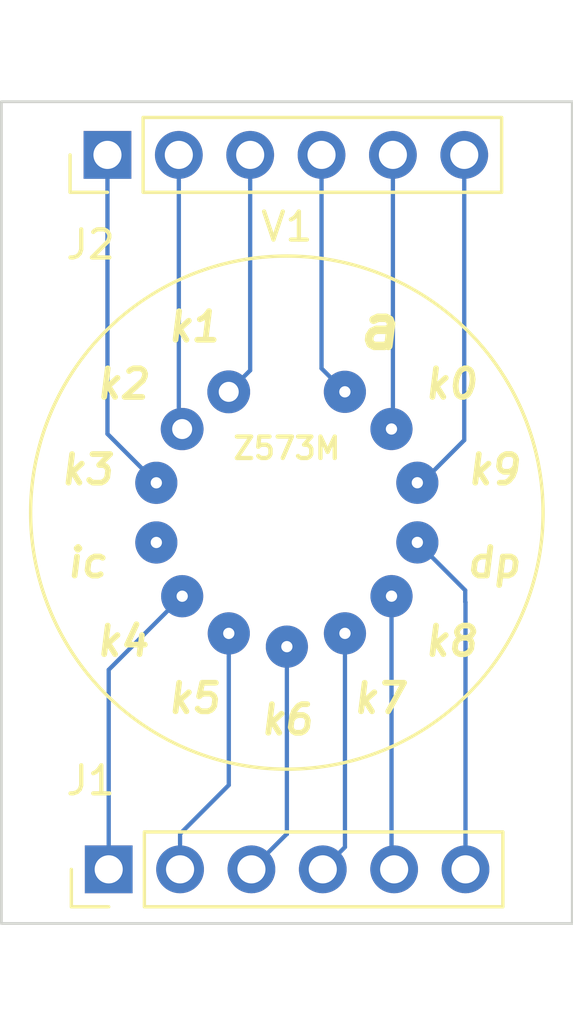
<source format=kicad_pcb>
(kicad_pcb (version 20211014) (generator pcbnew)
  (layers (0 "F.Cu" signal) (31 "B.Cu" signal) (34 "B.Paste" user) (35 "F.Paste" user) (36 "B.SilkS" user "B.Silkscreen") (37 "F.SilkS" user "F.Silkscreen") (38 "B.Mask" user) (39 "F.Mask" user) (44 "Edge.Cuts" user))
  (net 0 "")
  (net 1 "/KPR")
  (net 2 "/K8")
  (net 3 "/K7")
  (net 4 "/K6")
  (net 5 "/K5")
  (net 6 "/K4")
  (net 7 "/K3")
  (net 8 "/K2")
  (net 9 "/K1")
  (net 10 "/A")
  (net 11 "/K0")
  (net 12 "/K9")
  (footprint "Connector_PinHeader_2.54mm:PinHeader_1x06_P2.54mm_Vertical" (layer "F.Cu") (at 146.015162 63.484132 90)
    (fp_text reference "J2" (at -3.190868 -0.600162 180) (layer "F.SilkS"))
    (fp_text value "6-pin-header")
    (fp_line (start -1.33 14.03) (end 1.33 14.03) (layer "F.SilkS") (width 0.12))
    (fp_line (start -1.33 1.27) (end -1.33 14.03) (layer "F.SilkS") (width 0.12))
    (fp_line (start -1.33 1.27) (end 1.33 1.27) (layer "F.SilkS") (width 0.12))
    (fp_line (start 1.33 1.27) (end 1.33 14.03) (layer "F.SilkS") (width 0.12))
    (fp_line (start -1.33 0) (end -1.33 -1.33) (layer "F.SilkS") (width 0.12))
    (fp_line (start -1.33 -1.33) (end 0 -1.33) (layer "F.SilkS") (width 0.12))
    (pad "1" thru_hole rect (at 0 0 90) (size 1.7 1.7) (drill 1) (layers *.Cu *.Mask) (net 7 "/K3"))
    (pad "2" thru_hole oval (at 0 2.54 90) (size 1.7 1.7) (drill 1) (layers *.Cu *.Mask) (net 8 "/K2"))
    (pad "3" thru_hole oval (at 0 5.08 90) (size 1.7 1.7) (drill 1) (layers *.Cu *.Mask) (net 9 "/K1"))
    (pad "4" thru_hole oval (at 0 7.62 90) (size 1.7 1.7) (drill 1) (layers *.Cu *.Mask) (net 10 "/A"))
    (pad "5" thru_hole oval (at 0 10.16 90) (size 1.7 1.7) (drill 1) (layers *.Cu *.Mask) (net 11 "/K0"))
    (pad "6" thru_hole oval (at 0 12.7 90) (size 1.7 1.7) (drill 1) (layers *.Cu *.Mask) (net 12 "/K9"))
  )
  (footprint "Connector_PinHeader_2.54mm:PinHeader_1x06_P2.54mm_Vertical" (layer "F.Cu") (at 146.059485 88.881027 90)
    (fp_text reference "J1" (at 3.156027 -0.644485 180) (layer "F.SilkS"))
    (fp_text value "6-pin-header")
    (fp_line (start -1.33 1.27) (end -1.33 14.03) (layer "F.SilkS") (width 0.12))
    (fp_line (start -1.33 -1.33) (end 0 -1.33) (layer "F.SilkS") (width 0.12))
    (fp_line (start -1.33 14.03) (end 1.33 14.03) (layer "F.SilkS") (width 0.12))
    (fp_line (start -1.33 1.27) (end 1.33 1.27) (layer "F.SilkS") (width 0.12))
    (fp_line (start 1.33 1.27) (end 1.33 14.03) (layer "F.SilkS") (width 0.12))
    (fp_line (start -1.33 0) (end -1.33 -1.33) (layer "F.SilkS") (width 0.12))
    (pad "1" thru_hole rect (at 0 0 90) (size 1.7 1.7) (drill 1) (layers *.Cu *.Mask) (net 6 "/K4"))
    (pad "2" thru_hole oval (at 0 2.54 90) (size 1.7 1.7) (drill 1) (layers *.Cu *.Mask) (net 5 "/K5"))
    (pad "3" thru_hole oval (at 0 5.08 90) (size 1.7 1.7) (drill 1) (layers *.Cu *.Mask) (net 4 "/K6"))
    (pad "4" thru_hole oval (at 0 7.62 90) (size 1.7 1.7) (drill 1) (layers *.Cu *.Mask) (net 3 "/K7"))
    (pad "5" thru_hole oval (at 0 10.16 90) (size 1.7 1.7) (drill 1) (layers *.Cu *.Mask) (net 2 "/K8"))
    (pad "6" thru_hole oval (at 0 12.7 90) (size 1.7 1.7) (drill 1) (layers *.Cu *.Mask) (net 1 "/KPR"))
  )
  (footprint "nixie-footprints:Z57xM-v1" (layer "F.Cu") (at 152.4 76.2)
    (fp_text reference "V1" (at 0 -10.16) (layer "F.SilkS"))
    (fp_text value "Z57xM")
    (fp_text user "k7" (at 3.302 6.604 unlocked) (layer "F.SilkS") (effects (font (size 1.016 1.016) (thickness 0.2032) italic)))
    (fp_text user "k3" (at -7.112 -1.524 unlocked) (layer "F.SilkS") (effects (font (size 1.016 1.016) (thickness 0.2032) italic)))
    (fp_text user "k1" (at -3.302 -6.604 unlocked) (layer "F.SilkS") (effects (font (size 1.016 1.016) (thickness 0.2032) italic)))
    (fp_text user "k0" (at 5.842 -4.572 unlocked) (layer "F.SilkS") (effects (font (size 1.016 1.016) (thickness 0.2032) italic)))
    (fp_text user "dp" (at 7.366 1.778 unlocked) (layer "F.SilkS") (effects (font (size 1.016 1.016) (thickness 0.2032) italic)))
    (fp_text user "k9" (at 7.366 -1.524 unlocked) (layer "F.SilkS") (effects (font (size 1.016 1.016) (thickness 0.2032) italic)))
    (fp_text user "ic" (at -7.112 1.778 unlocked) (layer "F.SilkS") (effects (font (size 1.016 1.016) (thickness 0.2032) italic)))
    (fp_text user "k4" (at -5.842 4.572 unlocked) (layer "F.SilkS") (effects (font (size 1.016 1.016) (thickness 0.2032) italic)))
    (fp_text user "a" (at 3.302 -6.604 unlocked) (layer "F.SilkS") (effects (font (size 1.5 1.5) (thickness 0.3) italic)))
    (fp_text user "k2" (at -5.842 -4.572 unlocked) (layer "F.SilkS") (effects (font (size 1.016 1.016) (thickness 0.2032) italic)))
    (fp_text user "Z573M" (at 0 -2.286 unlocked) (layer "F.SilkS") (effects (font (size 0.762 0.762) (thickness 0.1524))))
    (fp_text user "k6" (at 0 7.366 unlocked) (layer "F.SilkS") (effects (font (size 1.016 1.016) (thickness 0.2032) italic)))
    (fp_text user "k5" (at -3.302 6.604 unlocked) (layer "F.SilkS") (effects (font (size 1.016 1.016) (thickness 0.2032) italic)))
    (fp_text user "k8" (at 5.842 4.572 unlocked) (layer "F.SilkS") (effects (font (size 1.016 1.016) (thickness 0.2032) italic)))
    (fp_circle (center 0 0) (end 0 9.12) (layer "F.SilkS") (width 0.12) (fill none))
    (pad "1" thru_hole circle (at -2.068526 -4.292601) (size 1.524 1.524) (drill 0.7112) (layers *.Cu *.Mask) (net 9 "/K1"))
    (pad "2" thru_hole oval (at -3.726167 -2.969999) (size 1.524 1.5) (drill 0.7112) (layers *.Cu *.Mask) (net 8 "/K2"))
    (pad "3" thru_hole oval (at -4.645795 -1.059153) (size 1.5 1.5) (drill 0.4) (layers *.Cu *.Mask) (net 7 "/K3"))
    (pad "4" thru_hole oval (at -4.645266 1.06147) (size 1.5 1.5) (drill 0.4) (layers *.Cu *.Mask))
    (pad "5" thru_hole oval (at -3.724686 2.971857) (size 1.5 1.5) (drill 0.4) (layers *.Cu *.Mask) (net 6 "/K4"))
    (pad "6" thru_hole oval (at -2.066385 4.293632) (size 1.5 1.5) (drill 0.4) (layers *.Cu *.Mask) (net 5 "/K5"))
    (pad "7" thru_hole oval (at 0.001188 4.764999) (size 1.5 1.5) (drill 0.4) (layers *.Cu *.Mask) (net 4 "/K6"))
    (pad "8" thru_hole oval (at 2.068526 4.292601) (size 1.5 1.5) (drill 0.4) (layers *.Cu *.Mask) (net 3 "/K7"))
    (pad "9" thru_hole oval (at 3.726167 2.969999) (size 1.5 1.5) (drill 0.4) (layers *.Cu *.Mask) (net 2 "/K8"))
    (pad "10" thru_hole oval (at 4.645795 1.059153) (size 1.5 1.5) (drill 0.4) (layers *.Cu *.Mask) (net 1 "/KPR"))
    (pad "11" thru_hole oval (at 4.645266 -1.06147) (size 1.5 1.5) (drill 0.4) (layers *.Cu *.Mask) (net 12 "/K9"))
    (pad "12" thru_hole oval (at 3.724686 -2.971857) (size 1.5 1.5) (drill 0.4) (layers *.Cu *.Mask) (net 11 "/K0"))
    (pad "13" thru_hole circle (at 2.066385 -4.293632) (size 1.5 1.5) (drill 0.4) (layers *.Cu *.Mask) (net 10 "/A"))
  )
  (gr_line (start 162.56 61.595) (end 162.56 80.01) (layer "Edge.Cuts") (width 0.1))
  (gr_line (start 162.56 80.01) (end 162.56 90.805) (layer "Edge.Cuts") (width 0.1))
  (gr_line (start 162.56 90.805) (end 142.24 90.805) (layer "Edge.Cuts") (width 0.1))
  (gr_line (start 142.24 90.805) (end 142.24 61.595) (layer "Edge.Cuts") (width 0.1))
  (gr_line (start 142.24 61.595) (end 162.56 61.595) (layer "Edge.Cuts") (width 0.1))
  (segment (start 158.75 79.375) (end 158.75 78.963358) (width 0.1524) (layer "B.Cu") (net 1))
  (segment (start 158.759485 88.881027) (end 158.759485 79.384485) (width 0.1524) (layer "B.Cu") (net 1))
  (segment (start 158.759485 79.384485) (end 158.75 79.375) (width 0.1524) (layer "B.Cu") (net 1))
  (segment (start 158.75 78.963358) (end 157.045795 77.259153) (width 0.1524) (layer "B.Cu") (net 1))
  (segment (start 156.126167 79.169999) (end 156.126167 88.787709) (width 0.1524) (layer "B.Cu") (net 2))
  (segment (start 156.126167 88.787709) (end 156.219485 88.881027) (width 0.1524) (layer "B.Cu") (net 2))
  (segment (start 154.468526 88.091986) (end 153.679485 88.881027) (width 0.1524) (layer "B.Cu") (net 3))
  (segment (start 154.468526 80.492601) (end 154.468526 88.091986) (width 0.1524) (layer "B.Cu") (net 3))
  (segment (start 152.401188 87.628812) (end 152.401188 80.964999) (width 0.1524) (layer "B.Cu") (net 4))
  (segment (start 152.390512 87.63) (end 152.4 87.63) (width 0.1524) (layer "B.Cu") (net 4))
  (segment (start 152.4 87.63) (end 152.401188 87.628812) (width 0.1524) (layer "B.Cu") (net 4))
  (segment (start 151.139485 88.881027) (end 152.390512 87.63) (width 0.1524) (layer "B.Cu") (net 4))
  (segment (start 148.599485 88.881027) (end 148.599485 87.620515) (width 0.1524) (layer "B.Cu") (net 5))
  (segment (start 150.333615 85.886385) (end 150.333615 80.493632) (width 0.1524) (layer "B.Cu") (net 5))
  (segment (start 148.599485 87.620515) (end 150.333615 85.886385) (width 0.1524) (layer "B.Cu") (net 5))
  (segment (start 146.059485 81.787686) (end 148.675314 79.171857) (width 0.1524) (layer "B.Cu") (net 6))
  (segment (start 146.059485 88.881027) (end 146.059485 81.787686) (width 0.1524) (layer "B.Cu") (net 6))
  (segment (start 146.015162 63.484132) (end 146.015162 73.401804) (width 0.1524) (layer "B.Cu") (net 7))
  (segment (start 146.015162 73.401804) (end 147.754205 75.140847) (width 0.1524) (layer "B.Cu") (net 7))
  (segment (start 148.555162 73.11133) (end 148.673833 73.230001) (width 0.1524) (layer "B.Cu") (net 8))
  (segment (start 148.555162 63.484132) (end 148.555162 73.11133) (width 0.1524) (layer "B.Cu") (net 8))
  (segment (start 151.095162 71.143711) (end 150.331474 71.907399) (width 0.1524) (layer "B.Cu") (net 9))
  (segment (start 151.095162 63.484132) (end 151.095162 71.143711) (width 0.1524) (layer "B.Cu") (net 9))
  (segment (start 153.635162 63.484132) (end 153.635162 71.075145) (width 0.1524) (layer "B.Cu") (net 10))
  (segment (start 153.635162 71.075145) (end 154.466385 71.906368) (width 0.1524) (layer "B.Cu") (net 10))
  (segment (start 156.175162 63.484132) (end 156.175162 73.177667) (width 0.1524) (layer "B.Cu") (net 11))
  (segment (start 156.175162 73.177667) (end 156.124686 73.228143) (width 0.1524) (layer "B.Cu") (net 11))
  (segment (start 158.715162 73.625162) (end 157.48 74.860324) (width 0.1524) (layer "B.Cu") (net 12))
  (segment (start 157.48 74.93) (end 157.27147 75.13853) (width 0.1524) (layer "B.Cu") (net 12))
  (segment (start 157.27147 75.13853) (end 157.045266 75.13853) (width 0.1524) (layer "B.Cu") (net 12))
  (segment (start 158.715162 63.484132) (end 158.715162 73.625162) (width 0.1524) (layer "B.Cu") (net 12))
  (segment (start 157.48 74.860324) (end 157.48 74.93) (width 0.1524) (layer "B.Cu") (net 12))
)
</source>
